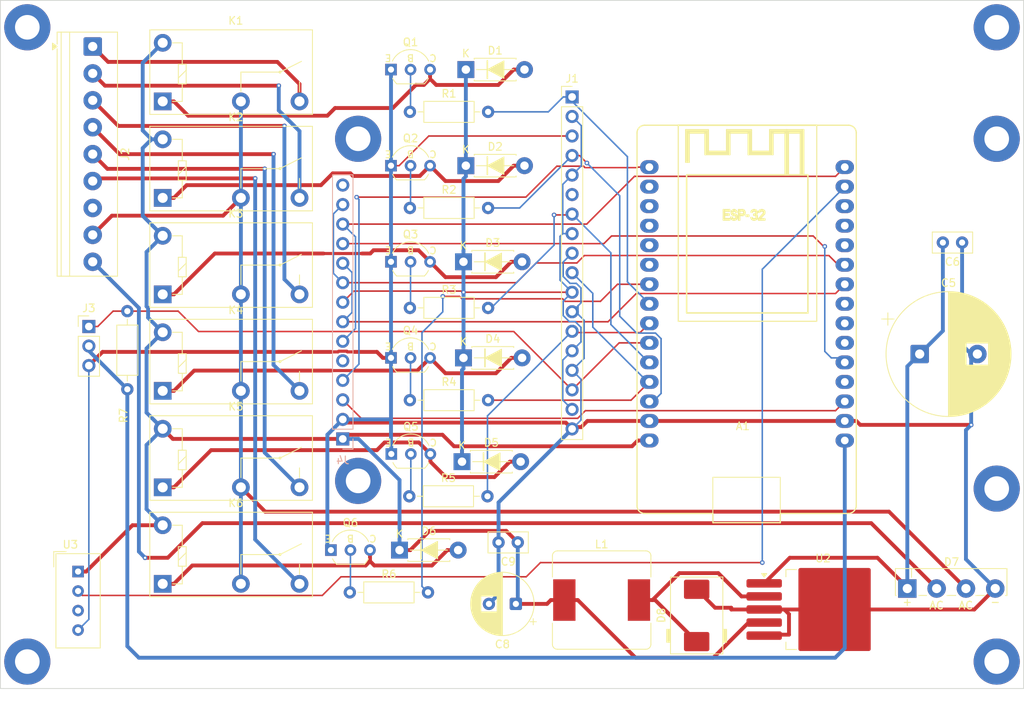
<source format=kicad_pcb>
(kicad_pcb (version 20241229) (generator "pcbnew") (generator_version "9.0")
  (layers (0 "F.Cu" signal) (2 "B.Cu" signal) (13 "F.Paste" user) (15 "B.Paste" user) (5 "F.SilkS" user "F.Silkscreen") (7 "B.SilkS" user "B.Silkscreen") (1 "F.Mask" user) (3 "B.Mask" user) (25 "Edge.Cuts" user))
  (net 0 "")
  (net 2 "CS_15")
  (net 4 "D32")
  (net 5 "GND")
  (net 8 "+5V")
  (net 10 "3.3V")
  (net 13 "SCK_18")
  (net 14 "D13")
  (net 15 "MOSI_23")
  (net 16 "D12")
  (net 20 "T_CS_4")
  (net 21 "DHT11_22")
  (net 22 "D25")
  (net 24 "EN")
  (net 25 "D14")
  (net 26 "D26")
  (net 27 "D27")
  (net 28 "MISO_19")
  (net 30 "Net-(D7-+)")
  (net 31 "Net-(D1-A)")
  (net 32 "Net-(D2-A)")
  (net 33 "Net-(D3-A)")
  (net 34 "Net-(D4-A)")
  (net 35 "Net-(D5-A)")
  (net 36 "Net-(D6-A)")
  (net 37 "VAC-R")
  (net 38 "VAC-C")
  (net 39 "Net-(D8-K)")
  (net 41 "W2")
  (net 42 "W")
  (net 43 "PUMP")
  (net 44 "Y")
  (net 45 "G")
  (net 46 "Y2")
  (net 48 "Net-(Q1-B)")
  (net 49 "Net-(Q2-B)")
  (net 50 "Net-(Q3-B)")
  (net 51 "Net-(Q4-B)")
  (net 52 "Net-(Q5-B)")
  (net 53 "Net-(Q6-B)")
  (net 54 "DC_2")
  (footprint "PCM_SL_Mechanical:MountingHole_3.2mm_Pad" (layer "F.Cu") (at 151 114)
    (property "Reference" "H3" (hide yes))
    (property "Value" "MountingHole_M3_3.2mm_Pad" (hide yes))
  )
  (footprint "Relay_THT:Relay_SPST_Omron-G5Q-1A" (layer "F.Cu") (at 42.6 41.14)
    (property "Reference" "K1")
    (property "Value" "G5Q-1A")
  )
  (footprint "Sensor:Aosong_DHT11_5.5x12.0_P2.54mm" (layer "F.Cu") (at 31.5975 102.2875)
    (property "Reference" "U3")
    (property "Value" "DHT11")
  )
  (footprint "PCM_Package_TO_SOT_THT_AKL:TO-92_Inline_Wide_EBC" (layer "F.Cu") (at 72.27 62)
    (property "Reference" "Q3")
    (property "Value" "2N2222A-TO92" (hide yes))
  )
  (footprint "Relay_THT:Relay_SPST_Omron-G5Q-1A" (layer "F.Cu") (at 42.6 103.89)
    (property "Reference" "K6")
    (property "Value" "G5Q-1A")
  )
  (footprint "TerminalBlock_Phoenix:TerminalBlock_Phoenix_PT-1,5-9-3.5-H_1x09_P3.50mm_Horizontal" (layer "F.Cu") (at 33.5 34 -90)
    (property "Reference" "J2")
    (property "Value" "Screw_Terminal_9_P3.50mm")
  )
  (footprint "PCM_SL_Mechanical:MountingHole_3.2mm_Pad" (layer "F.Cu") (at 151 46)
    (property "Reference" "H7" (hide yes))
    (property "Value" "MountingHole_M3_3.2mm_Pad" (hide yes))
  )
  (footprint "PCM_Diode_THT_AKL:D_DO-41_SOD81_P7.62mm_Horizontal" (layer "F.Cu") (at 81.69 74.5)
    (property "Reference" "D4")
    (property "Value" "1N4007" (hide yes))
  )
  (footprint "PCM_SL_Mechanical:MountingHole_3.2mm_Pad" (layer "F.Cu") (at 151 91.5)
    (property "Reference" "H8" (hide yes))
    (property "Value" "MountingHole_M3_3.2mm_Pad" (hide yes))
  )
  (footprint "Connector_PinHeader_2.54mm:PinHeader_1x18_P2.54mm_Vertical" (layer "F.Cu") (at 95.81 40.56)
    (property "Reference" "J1")
    (property "Value" "External Relays")
  )
  (footprint "PCM_SL_Mechanical:MountingHole_3.2mm_Pad" (layer "F.Cu") (at 25 114)
    (property "Reference" "H2" (hide yes))
    (property "Value" "MountingHole_M3_3.2mm_Pad" (hide yes))
  )
  (footprint "Capacitor_THT:C_Disc_D5.0mm_W2.5mm_P2.50mm" (layer "F.Cu") (at 146.5 59.5 180)
    (property "Reference" "C6")
    (property "Value" "100nF_Ceramic")
  )
  (footprint "Resistor_THT:R_Axial_DIN0207_L6.3mm_D2.5mm_P10.16mm_Horizontal" (layer "F.Cu") (at 38 68.42 -90)
    (property "Reference" "R7")
    (property "Value" "4.7k")
  )
  (footprint "PCM_Package_TO_SOT_THT_AKL:TO-92_Inline_Wide_EBC" (layer "F.Cu") (at 72.27 74.5)
    (property "Reference" "Q4")
    (property "Value" "2N2222A-TO92" (hide yes))
  )
  (footprint "PCM_Diode_THT_AKL:D_DO-41_SOD81_P7.62mm_Horizontal" (layer "F.Cu") (at 81.69 62)
    (property "Reference" "D3")
    (property "Value" "1N4007" (hide yes))
  )
  (footprint "PCM_Diode_THT_AKL:D_DO-41_SOD81_P7.62mm_Horizontal" (layer "F.Cu") (at 82 49.5)
    (property "Reference" "D2")
    (property "Value" "1N4007" (hide yes))
  )
  (footprint "PCM_Package_TO_SOT_THT_AKL:TO-92_Inline_Wide_EBC" (layer "F.Cu") (at 72.31 87)
    (property "Reference" "Q5")
    (property "Value" "2N2222A-TO92" (hide yes))
  )
  (footprint "Relay_THT:Relay_SPST_Omron-G5Q-1A" (layer "F.Cu") (at 42.6 91.34)
    (property "Reference" "K5")
    (property "Value" "G5Q-1A")
  )
  (footprint "PCM_SL_Mechanical:MountingHole_3.2mm_Pad" (layer "F.Cu") (at 68 46)
    (property "Reference" "H5" (hide yes))
    (property "Value" "MountingHole_M3_3.2mm_Pad" (hide yes))
  )
  (footprint "Resistor_THT:R_Axial_DIN0207_L6.3mm_D2.5mm_P10.16mm_Horizontal" (layer "F.Cu") (at 74.73 42.5)
    (property "Reference" "R1")
    (property "Value" "4.7k")
  )
  (footprint "PCM_SL_Development_Boards:DOIT_ESP32_DEVKIT_30Pins" (layer "F.Cu") (at 131.2506 85.245 180)
    (property "Reference" "A1")
    (property "Value" "ESP32_DevKit_V1_DOIT_30GPIOs")
  )
  (footprint "PCM_Diode_THT_AKL:D_DO-41_SOD81_P7.62mm_Horizontal" (layer "F.Cu") (at 81.5 88)
    (property "Reference" "D5")
    (property "Value" "1N4007" (hide yes))
  )
  (footprint "Relay_THT:Relay_SPST_Omron-G5Q-1A" (layer "F.Cu") (at 42.6 53.69)
    (property "Reference" "K2")
    (property "Value" "G5Q-1A")
  )
  (footprint "Resistor_THT:R_Axial_DIN0207_L6.3mm_D2.5mm_P10.16mm_Horizontal" (layer "F.Cu") (at 66.92 105)
    (property "Reference" "R6")
    (property "Value" "Resistor")
  )
  (footprint "PCM_SL_Mechanical:MountingHole_3.2mm_Pad" (layer "F.Cu") (at 25 31.5)
    (property "Reference" "H1" (hide yes))
    (property "Value" "MountingHole_M3_3.2mm_Pad" (hide yes))
  )
  (footprint "Resistor_THT:R_Axial_DIN0207_L6.3mm_D2.5mm_P10.16mm_Horizontal" (layer "F.Cu") (at 74.65 92.5)
    (property "Reference" "R5")
    (property "Value" "4.7k")
  )
  (footprint "Resistor_THT:R_Axial_DIN0207_L6.3mm_D2.5mm_P10.16mm_Horizontal" (layer "F.Cu") (at 74.73 68)
    (property "Reference" "R3")
    (property "Value" "4.7k")
  )
  (footprint "Capacitor_THT:CP_Radial_D8.0mm_P3.50mm" (layer "F.Cu") (at 88.5 106.5 180)
    (property "Reference" "C8")
    (property "Value" "470uF_10V")
  )
  (footprint "PCM_Diode_THT_AKL:Diode_Bridge_KBP" (layer "F.Cu") (at 139.38 104.5)
    (property "Reference" "D7")
    (property "Value" "KBP210G" (hide yes))
  )
  (footprint "Package_TO_SOT_SMD:TO-263-5_TabPin3" (layer "F.Cu") (at 128.425 107.225)
    (property "Reference" "U2")
    (property "Value" "LM2596S-5")
  )
  (footprint "PCM_Package_TO_SOT_THT_AKL:TO-92_Inline_Wide_EBC" (layer "F.Cu") (at 72.27 37)
    (property "Reference" "Q1")
    (property "Value" "2N2222A-TO92" (hide yes))
  )
  (footprint "PCM_Diode_THT_AKL:D_DO-41_SOD81_P7.62mm_Horizontal" (layer "F.Cu") (at 82 37)
    (property "Reference" "D1")
    (property "Value" "1N4007" (hide yes))
  )
  (footprint "PCM_Package_TO_SOT_THT_AKL:TO-92_Inline_Wide_EBC" (layer "F.Cu") (at 64.46 99.5)
    (property "Reference" "Q6")
    (property "Value" "2N2222A-TO92" (hide yes))
  )
  (footprint "Connector_PinHeader_2.54mm:PinHeader_1x03_P2.54mm_Vertical" (layer "F.Cu") (at 33 70.42)
    (property "Reference" "J3")
    (property "Value" "DS18B20")
  )
  (footprint "PCM_Diode_THT_AKL:D_DO-41_SOD81_P7.62mm_Horizontal" (layer "F.Cu") (at 73.38 99.5)
    (property "Reference" "D6")
    (property "Value" "1N4007" (hide yes))
  )
  (footprint "Resistor_THT:R_Axial_DIN0207_L6.3mm_D2.5mm_P10.16mm_Horizontal" (layer "F.Cu") (at 74.73 55)
    (property "Reference" "R2")
    (property "Value" "4.7k")
  )
  (footprint "PCM_SL_Mechanical:MountingHole_3.2mm_Pad" (layer "F.Cu") (at 68 90.5)
    (property "Reference" "H6" (hide yes))
    (property "Value" "MountingHole_M3_3.2mm_Pad" (hide yes))
  )
  (footprint "Relay_THT:Relay_SPST_Omron-G5Q-1A" (layer "F.Cu") (at 42.6 78.79)
    (property "Reference" "K4")
    (property "Value" "G5Q-1A")
  )
  (footprint "Relay_THT:Relay_SPST_Omron-G5Q-1A" (layer "F.Cu") (at 42.6 66.24)
    (property "Reference" "K3")
    (property "Value" "G5Q-1A")
  )
  (footprint "Capacitor_THT:C_Disc_D5.0mm_W2.5mm_P2.50mm" (layer "F.Cu") (at 88.75 98.5 180)
    (property "Reference" "C9")
    (property "Value" "100nF_Ceramic")
  )
  (footprint "PCM_Package_TO_SOT_THT_AKL:TO-92_Inline_Wide_EBC" (layer "F.Cu") (at 72.27 49.5)
    (property "Reference" "Q2")
    (property "Value" "2N2222A-TO92" (hide yes))
  )
  (footprint "PCM_Diode_SMD_AKL:D_SMC" (layer "F.Cu") (at 112 108 90)
    (property "Reference" "D8")
    (property "Value" "SS34" (hide yes))
  )
  (footprint "PCM_SL_Mechanical:MountingHole_3.2mm_Pad" (layer "F.Cu") (at 151 31.5)
    (property "Reference" "H4" (hide yes))
    (property "Value" "MountingHole_M3_3.2mm_Pad" (hide yes))
  )
  (footprint "Resistor_THT:R_Axial_DIN0207_L6.3mm_D2.5mm_P10.16mm_Horizontal" (layer "F.Cu") (at 74.73 80)
    (property "Reference" "R4")
    (property "Value" "4.7k")
  )
  (footprint "Inductor_SMD:L_Bourns_SRR1260" (layer "F.Cu") (at 99.65 106)
    (property "Reference" "L1")
    (property "Value" "12uH_5.2A_1260")
  )
  (footprint "Capacitor_THT:CP_Radial_D16.0mm_P7.50mm" (layer "F.Cu") (at 140.9872 74)
    (property "Reference" "C5")
    (property "Value" "1000uF_50V")
  )
  (footprint "Connector_PinSocket_2.54mm:PinSocket_1x14_P2.54mm_Vertical" (layer "B.Cu") (at 66 85.04)
    (property "Reference" "J4")
    (property "Value" "3.2 lcd tft")
  )
  (gr_circle (center 25.5 113.918861) (end 24 113.418861) (stroke (width 0.1)) (fill no) (layer "F.Cu"))
  (gr_circle (center 151 31.918861) (end 149.5 31.418861) (stroke (width 0.1)) (fill no) (layer "F.Cu"))
  (gr_circle (center 151.5 113.918861) (end 150 113.418861) (stroke (width 0.1)) (fill no) (layer "F.Cu"))
  (gr_circle (center 67 90.918861) (end 65.5 90.418861) (stroke (width 0.1)) (fill no) (layer "F.Cu"))
  (gr_circle (center 67.5 45.418861) (end 66 44.918861) (stroke (width 0.1)) (fill no) (layer "F.Cu"))
  (gr_circle (center 24.918861 31.5) (end 23.418861 31) (stroke (width 0.1)) (fill no) (layer "F.Cu"))
  (gr_rect (start 21.5 28) (end 154.5 117.5) (stroke (width 0.1)) (fill no) (layer "Edge.Cuts"))
  (segment (start 96.5399 82.3592) (end 68.3992 82.3592) (width 0.2) (layer "F.Cu") (net 2))
  (segment (start 97.5324 81.3667) (end 96.5399 82.3592) (width 0.2) (layer "F.Cu") (net 2))
  (segment (start 130.0489 81.3667) (end 97.5324 81.3667) (width 0.2) (layer "F.Cu") (net 2))
  (segment (start 131.2506 80.165) (end 130.0489 81.3667) (width 0.2) (layer "F.Cu") (net 2))
  (segment (start 68.3992 82.3592) (end 66 79.96) (width 0.2) (layer "F.Cu") (net 2))
  (segment (start 81.498 66.818) (end 94.578 66.818) (width 0.2) (layer "F.Cu") (net 4))
  (segment (start 94.9074 67.1474) (end 99.4906 67.1474) (width 0.2) (layer "F.Cu") (net 4))
  (segment (start 81.18 66.5) (end 81.498 66.818) (width 0.2) (layer "F.Cu") (net 4))
  (segment (start 79 66.5) (end 81.18 66.5) (width 0.2) (layer "F.Cu") (net 4))
  (segment (start 101.713 64.925) (end 105.8506 64.925) (width 0.2) (layer "F.Cu") (net 4))
  (segment (start 94.578 66.818) (end 94.9074 67.1474) (width 0.2) (layer "F.Cu") (net 4))
  (segment (start 99.4906 67.1474) (end 101.713 64.925) (width 0.2) (layer "F.Cu") (net 4))
  (via (at 79 66.5) (size 0.6) (drill 0.3) (layers "F.Cu" "B.Cu") (net 4))
  (segment (start 79 68.51) (end 76.2977 71.2123) (width 0.2) (layer "B.Cu") (net 4))
  (segment (start 76.2977 71.2123) (end 76.2977 104.2177) (width 0.2) (layer "B.Cu") (net 4))
  (segment (start 76.2977 104.2177) (end 77.08 105) (width 0.2) (layer "B.Cu") (net 4))
  (segment (start 79 66.5) (end 79 68.51) (width 0.2) (layer "B.Cu") (net 4))
  (segment (start 122.3989 110.5) (end 124 110.5) (width 0.5) (layer "F.Cu") (net 5))
  (segment (start 97.795 82.705) (end 105.8506 82.705) (width 0.5) (layer "F.Cu") (net 5))
  (segment (start 120.775 107.225) (end 119.3435 107.225) (width 0.2) (layer "F.Cu") (net 5))
  (segment (start 66.518182 73.629) (end 66.610382 73.7212) (width 0.4) (layer "F.Cu") (net 5))
  (segment (start 70.4395 73.7212) (end 71.2183 74.5) (width 0.5) (layer "F.Cu") (net 5))
  (segment (start 150.81 104.5) (end 148.085 107.225) (width 0.5) (layer "F.Cu") (net 5))
  (segment (start 66.610382 73.7212) (end 67.5 73.7212) (width 0.4) (layer "F.Cu") (net 5))
  (segment (start 123.4005 107.225) (end 120.775 107.225) (width 0.5) (layer "F.Cu") (net 5))
  (segment (start 34.7788 73.7212) (end 64.5 73.7212) (width 0.5) (layer "F.Cu") (net 5))
  (segment (start 72.27 49.5) (end 73.3217 49.5) (width 0.2) (layer "F.Cu") (net 5))
  (segment (start 113.1793 105.7793) (end 114.4 107) (width 0.5) (layer "F.Cu") (net 5))
  (segment (start 77.1817 45.64) (end 73.3217 49.5) (width 0.2) (layer "F.Cu") (net 5))
  (segment (start 67.5 73.7212) (end 70.4395 73.7212) (width 0.5) (layer "F.Cu") (net 5))
  (segment (start 95.81 45.64) (end 77.1817 45.64) (width 0.2) (layer "F.Cu") (net 5))
  (segment (start 66.4127 82.9127) (end 66 82.5) (width 0.2) (layer "F.Cu") (net 5))
  (segment (start 33 75.5) (end 34.7788 73.7212) (width 0.5) (layer "F.Cu") (net 5))
  (segment (start 116.5 107) (end 116.5 107.225) (width 0.5) (layer "F.Cu") (net 5))
  (segment (start 71.2183 74.5) (end 72.27 74.5) (width 0.5) (layer "F.Cu") (net 5))
  (segment (start 64.5 73.7212) (end 65.389618 73.7212) (width 0.4) (layer "F.Cu") (net 5))
  (segment (start 120.775 110.625) (end 122.2739 110.625) (width 0.2) (layer "F.Cu") (net 5))
  (segment (start 124 110.5) (end 124 107.8245) (width 0.5) (layer "F.Cu") (net 5))
  (segment (start 94.9827 82.9127) (end 66.4127 82.9127) (width 0.5) (layer "F.Cu") (net 5))
  (segment (start 114.4 107) (end 116.5 107) (width 0.5) (layer "F.Cu") (net 5))
  (segment (start 133.2623 83.215) (end 147.6799 83.215) (width 0.5) (layer "F.Cu") (net 5))
  (segment (start 96.05 83.5) (end 97 83.5) (width 0.5) (layer "F.Cu") (net 5))
  (segment (start 97 83.5) (end 97.795 82.705) (width 0.5) (layer "F.Cu") (net 5))
  (segment (start 65.389618 73.7212) (end 65.481818 73.629) (width 0.4) (layer "F.Cu") (net 5))
  (segment (start 116.5 107.225) (end 119.3435 107.225) (width 0.5) (layer "F.Cu") (net 5))
  (segment (start 95.81 83.74) (end 94.9827 82.9127) (width 0.5) (layer "F.Cu") (net 5))
  (segment (start 124 107.8245) (end 123.4005 107.225) (width 0.5) (layer "F.Cu") (net 5))
  (segment (start 131.2506 82.705) (end 132.7523 82.705) (width 0.5) (layer "F.Cu") (net 5))
  (segment (start 65.481818 73.629) (end 66.518182 73.629) (width 0.4) (layer "F.Cu") (net 5))
  (segment (start 122.2739 110.625) (end 122.3989 110.5) (width 0.5) (layer "F.Cu") (net 5))
  (segment (start 132.7523 82.705) (end 133.2623 83.215) (width 0.5) (layer "F.Cu") (net 5))
  (segment (start 148.085 107.225) (end 129.925 107.225) (width 0.5) (layer "F.Cu") (net 5))
  (segment (start 129.925 107.225) (end 123.4005 107.225) (width 0.5) (layer "F.Cu") (net 5))
  (segment (start 131.2506 82.705) (end 105.8506 82.705) (width 0.5) (layer "F.Cu") (net 5))
  (segment (start 95.81 83.74) (end 96.05 83.5) (width 0.5) (layer "F.Cu") (net 5))
  (via (at 147.6799 83.215) (size 0.6) (drill 0.3) (layers "F.Cu" "B.Cu") (net 5))
  (segment (start 72.27 74.5) (end 72.27 62) (width 0.5) (layer "B.Cu") (net 5))
  (segment (start 147 100.69) (end 150.81 104.5) (width 0.5) (layer "B.Cu") (net 5))
  (segment (start 66 82.5) (end 72.27 82.5) (width 0.5) (layer "B.Cu") (net 5))
  (segment (start 147 83.8949) (end 147 100.69) (width 0.5) (layer "B.Cu") (net 5))
  (segment (start 72.31 87) (end 72.31 85.9483) (width 0.5) (layer "B.Cu") (net 5))
  (segment (start 96.5842 67.7258) (end 95.81 68.5) (width 0.2) (layer "B.Cu") (net 5))
  (segment (start 33 108.505) (end 33 75.5) (width 0.2) (layer "B.Cu") (net 5))
  (segment (start 94.6533 63.918) (end 95.5436 64.8083) (width 0.2) (layer "B.Cu") (net 5))
  (segment (start 96.9617 82.5883) (end 95.81 83.74) (width 0.2) (layer "B.Cu") (net 5))
  (segment (start 96.5842 67.7258) (end 96.5842 68.8252) (width 0.2) (layer "B.Cu") (net 5))
  (segment (start 96.9617 65.4066) (end 96.9617 67.3483) (width 0.2) (layer "B.Cu") (net 5))
  (segment (start 97.3703 69.6113) (end 97.3703 74.5597) (width 0.2) (layer "B.Cu") (net 5))
  (segment (start 86.25 93.3) (end 95.81 83.74) (width 0.5) (layer "B.Cu") (net 5))
  (segment (start 86.25 98.5) (end 86.25 93.3) (width 0.5) (layer "B.Cu") (net 5))
  (segment (start 72.27 37) (end 72.27 49.5) (width 0.5) (layer "B.Cu") (net 5))
  (segment (start 64 99.04) (end 64 84.5) (width 0.5) (layer "B.Cu") (net 5))
  (segment (start 95.81 60.88) (end 94.6533 62.0367) (width 0.2) (layer "B.Cu") (net 5))
  (segment (start 146.5 59.5) (end 146.5 72.8201) (width 0.5) (layer "B.Cu") (net 5))
  (segment (start 97.3703 74.5597) (end 95.81 76.12) (width 0.2) (layer "B.Cu") (net 5))
  (segment (start 95.81 76.12) (end 96.9617 77.2717) (width 0.2) (layer "B.Cu") (net 5))
  (segment (start 146.5 72.8201) (end 147.6799 74) (width 0.5) (layer "B.Cu") (net 5))
  (segment (start 72.27 82.5) (end 72.27 74.5) (width 0.5) (layer "B.Cu") (net 5))
  (segment (start 147.6799 83.215) (end 147 83.8949) (width 0.5) (layer "B.Cu") (net 5))
  (segment (start 94.6533 62.0367) (end 94.6533 63.918) (width 0.2) (layer "B.Cu") (net 5))
  (segment (start 96.9617 77.2717) (end 96.9617 82.5883) (width 0.2) (layer "B.Cu") (net 5))
  (segment (start 147.6799 74) (end 148.4872 74) (width 0.2) (layer "B.Cu") (net 5))
  (segment (start 72.27 85.9083) (end 72.27 82.5) (width 0.5) (layer "B.Cu") (net 5))
  (segment (start 31.5975 109.9075) (end 33 108.505) (width 0.2) (layer "B.Cu") (net 5))
  (segment (start 147.6799 74) (end 147.6799 83.215) (width 0.5) (layer "B.Cu") (net 5))
  (segment (start 72.31 85.9483) (end 72.27 85.9083) (width 0.2) (layer "B.Cu") (net 5))
  (segment (start 64 84.5) (end 66 82.5) (width 0.5) (layer "B.Cu") (net 5))
  (segment (start 96.9617 67.3483) (end 96.5842 67.7258) (width 0.2) (layer "B.Cu") (net 5))
  (segment (start 86.25 105.25) (end 85 106.5) (width 0.5) (layer "B.Cu") (net 5))
  (segment (start 96.5842 68.8252) (end 97.3703 69.6113) (width 0.2) (layer "B.Cu") (net 5))
  (segment (start 95.5436 64.8083) (end 96.3634 64.8083) (width 0.2) (layer "B.Cu") (net 5))
  (segment (start 96.3634 64.8083) (end 96.9617 65.4066) (width 0.2) (layer "B.Cu") (net 5))
  (segment (start 64.46 99.5) (end 64 99.04) (width 0.5) (layer "B.Cu") (net 5))
  (segment (start 72.27 49.5) (end 72.27 62) (width 0.5) (layer "B.Cu") (net 5))
  (segment (start 86.25 98.5) (end 86.25 105.25) (width 0.5) (layer "B.Cu") (net 5))
  (segment (start 73.38 99.5) (end 74.7817 99.5) (width 0.5) (layer "F.Cu") (net 8))
  (segment (start 78.963 84.5) (end 66.54 84.5) (width 0.5) (layer "F.Cu") (net 8))
  (segment (start 104.3489 85.245) (end 103.5939 86) (width 0.5) (layer "F.Cu") (net 8))
  (segment (start 74.7817 99.5) (end 77.2817 97) (width 0.5) (layer "F.Cu") (net 8))
  (segment (start 66 85.04) (end 43.92 85.04) (width 0.5) (layer "F.Cu") (net 8))
  (segment (start 81.55 65.8133) (end 67.4467 65.8133) (width 0.2) (layer "F.Cu") (net 8))
  (segment (start 81.5 88) (end 81.5 86) (width 0.5) (layer "F.Cu") (net 8))
  (segment (start 43.92 85.04) (end 42.6 83.72) (width 0.5) (layer "F.Cu") (net 8))
  (segment (start 92.5483 106.5) (end 93.0483 106) (width 0.5) (layer "F.Cu") (net 8))
  (segment (start 114.1684 113.5) (end 104.0517 113.5) (width 0.5) (layer "F.Cu") (net 8))
  (segment (start 104.0517 113.5) (end 96.5517 106) (width 0.5) (layer "F.Cu") (net 8))
  (segment (start 94.8 106) (end 93.0483 106) (width 0.5) (layer "F.Cu") (net 8))
  (segment (start 31.5975 102.2875) (end 32.6492 102.2875) (width 0.5) (layer "F.Cu") (net 8))
  (segment (start 105.8506 85.245) (end 104.3489 85.245) (width 0.5) (layer "F.Cu") (net 8))
  (segment (start 66.54 84.5) (end 66 85.04) (width 0.5) (layer "F.Cu") (net 8))
  (segment (start 118.7434 108.925) (end 114.1684 113.5) (width 0.5) (layer "F.Cu") (net 8))
  (segment (start 103.5939 86) (end 80.463 86) (width 0.5) (layer "F.Cu") (net 8))
  (segment (start 96.5517 106) (end 94.8 106) (width 0.5) (layer "F.Cu") (net 8))
  (segment (start 81.6967 65.96) (end 81.55 65.8133) (width 0.2) (layer "F.Cu") (net 8))
  (segment (start 81.6967 65.96) (end 95.81 65.96) (width 0.2) (layer "F.Cu") (net 8))
  (segment (start 120.775 108.925) (end 118.7434 108.925) (width 0.2) (layer "F.Cu") (net 8))
  (segment (start 38.6667 96.27) (end 32.6492 102.2875) (width 0.5) (layer "F.Cu") (net 8))
  (segment (start 77.2817 97) (end 87.25 97) (width 0.5) (layer "F.Cu") (net 8))
  (segment (start 88.5 106.5) (end 92.5483 106.5) (width 0.5) (layer "F.Cu") (net 8))
  (segment (start 42.6 96.27) (end 38.6667 96.27) (width 0.5) (layer "F.Cu") (net 8))
  (segment (start 67.4467 65.8133) (end 66 67.26) (width 0.2) (layer "F.Cu") (net 8))
  (segment (start 87.25 97) (end 88.75 98.5) (width 0.5) (layer "F.Cu") (net 8))
  (segment (start 80.463 86) (end 78.963 84.5) (width 0.5) (layer "F.Cu") (net 8))
  (via (at 81.6967 65.96) (size 0.6) (drill 0.3) (layers "F.Cu" "B.Cu") (net 8))
  (segment (start 94.5939 58.34) (end 94.5939 51.9361) (width 0.2) (layer "B.Cu") (net 8))
  (segment (start 96.9617 72.4283) (end 96.9617 70.5276) (width 0.2) (layer "B.Cu") (net 8))
  (segment (start 81.69 74.5) (end 81.69 75.9017) (width 0.5) (layer "B.Cu") (net 8))
  (segment (start 95.81 73.58) (end 96.9617 72.4283) (width 0.2) (layer "B.Cu") (net 8))
  (segment (start 68.04 85.04) (end 73.38 90.38) (width 0.5) (layer "B.Cu") (net 8))
  (segment (start 66 85.04) (end 67.2735 85.04) (width 0.5) (layer "B.Cu") (net 8))
  (segment (start 88.5 106.5) (end 88.75 106.25) (width 0.2) (layer "B.Cu") (net 8))
  (segment (start 82 49.5) (end 82 50.9017) (width 0.5) (layer "B.Cu") (net 8))
  (segment (start 42.6 71.17) (end 40.5 73.27) (width 0.5) (layer "B.Cu") (net 8))
  (segment (start 94.6583 67.1117) (end 95.81 65.96) (width 0.2) (layer "B.Cu") (net 8))
  (segment (start 42.6 46.07) (end 41.1483 46.07) (width 0.5) (layer "B.Cu") (net 8))
  (segment (start 88.75 106.25) (end 88.75 98.5) (width 0.5) (layer "B.Cu") (net 8))
  (segment (start 40 56.02) (end 40 47.2183) (width 0.5) (layer "B.Cu") (net 8))
  (segment (start 42.6 96.27) (end 40.5 94.17) (width 0.5) (layer "B.Cu") (net 8))
  (segment (start 40.5 94.17) (end 40.5 85.82) (width 0.5) (layer "B.Cu") (net 8))
  (segment (start 96.9617 70.5276) (end 96.2041 69.77) (width 0.2) (layer "B.Cu") (net 8))
  (segment (start 95.81 58.34) (end 94.5939 58.34) (width 0.2) (layer "B.Cu") (net 8))
  (segment (start 95.81 43.1) (end 97.0071 44.2971) (width 0.2) (layer "B.Cu") (net 8))
  (segment (start 94.5939 74.7961) (end 95.81 73.58) (width 0.2) (layer "B.Cu") (net 8))
  (segment (start 40.701 69.271) (end 40.701 68) (width 0.5) (layer "B.Cu") (net 8))
  (segment (start 81.5 87) (end 81.5 76.0917) (width 0.5) (layer "B.Cu") (net 8))
  (segment (start 81.69 62) (end 81.69 65.9533) (width 0.5) (layer "B.Cu") (net 8))
  (segment (start 97.0071 44.2971) (end 97.0071 49.5229) (width 0.2) (layer "B.Cu") (net 8))
  (segment (start 94.5939 58.34) (end 94.2424 58.6915) (width 0.2) (layer "B.Cu") (net 8))
  (segment (start 94.6583 68.9964) (end 94.6583 67.1117) (width 0.2) (layer "B.Cu") (net 8))
  (segment (start 81.69 65.9533) (end 81.6967 65.96) (width 0.2) (layer "B.Cu") (net 8))
  (segment (start 41.1483 46.07) (end 40 44.9217) (width 0.5) (layer "B.Cu") (net 8))
  (segment (start 40 44.9217) (end 40 36.12) (width 0.5) (layer "B.Cu") (net 8))
  (segment (start 81.69 61.2991) (end 81.69 60.5983) (width 0.5) (layer "B.Cu") (net 8))
  (segment (start 97.0071 49.5229) (end 95.81 50.72) (width 0.2) (layer "B.Cu") (net 8))
  (segment (start 81.6967 73.0916) (end 81.6967 65.96) (width 0.5) (layer "B.Cu") (net 8))
  (segment (start 94.5939 79.9839) (end 94.5939 74.7961) (width 0.2) (layer "B.Cu") (net 8))
  (segment (start 67.2735 85.04) (end 68.04 85.04) (width 0.5) (layer "B.Cu") (net 8))
  (segment (start 40 47.2183) (end 41.1483 46.07) (width 0.5) (layer "B.Cu") (net 8))
  (segment (start 95.4319 69.77) (end 94.6583 68.9964) (width 0.2) (layer "B.Cu") (net 8))
  (segment (start 81.69 61.2991) (end 81.69 62) (width 0.2) (layer "B.Cu") (net 8))
  (segment (start 40.701 68) (end 40.5 67.799) (width 0.5) (layer "B.Cu") (net 8))
  (segment (start 73.38 90.38) (end 73.38 99.5) (width 0.5) (layer "B.Cu") (net 8))
  (segment (start 42.6 58.62) (end 40 56.02) (width 0.5) (layer "B.Cu") (net 8))
  (segment (start 94.2424 58.6915) (end 94.2424 64.3924) (width 0.2) (layer "B.Cu") (net 8))
  (segment (start 40.5 60.72) (end 42.6 58.62) (width 0.5) (layer "B.Cu") (net 8))
  (segment (start 40.5 85.82) (end 42.6 83.72) (width 0.5) (layer "B.Cu") (net 8))
  (segment (start 94.2424 64.3924) (end 95.81 65.96) (width 0.2) (layer "B.Cu") (net 8))
  (segment (start 81.5 76.0917) (end 81.69 75.9017) (width 0.5) (layer "B.Cu") (net 8))
  (segment (start 40 36.12) (end 42.6 33.52) (width 0.5) (layer "B.Cu") (net 8))
  (segment (start 82 37) (end 82 49.5) (width 0.5) (layer "B.Cu") (net 8))
  (segment (start 42.6 71.17) (end 40.701 69.271) (width 0.5) (layer "B.Cu") (net 8))
  (segment (start 40.5 73.27) (end 40.5 81.62) (width 0.5) (layer "B.Cu") (net 8))
  (segment (start 81.69 51.2117) (end 81.69 60.5983) (width 0.5) (layer "B.Cu") (net 8))
  (segment (start 94.5939 51.9361) (end 95.81 50.72) (width 0.2) (layer "B.Cu") (net 8))
  (segment (start 40.5 81.62) (end 42.6 83.72) (width 0.5) (layer "B.Cu") (net 8))
  (segment (start 95.81 81.2) (end 94.5939 79.9839) (width 0.2) (layer "B.Cu") (net 8))
  (segment (start 40.5 67.799) (end 40.5 60.72) (width 0.5) (layer "B.Cu") (net 8))
  (segment (start 81.69 74.5) (end 81.69 73.0983) (width 0.5) (layer "B.Cu") (net 8))
  (segment (start 82 50.9017) (end 81.69 51.2117) (width 0.5) (layer "B.Cu") (net 8))
  (segment (start 96.2041 69.77) (end 95.4319 69.77) (width 0.2) (layer "B.Cu") (net 8))
  (segment (start 81.69 73.0983) (end 81.6967 73.0916) (width 0.2) (layer "B.Cu") (net 8))
  (segment (start 131.2506 112.2494) (end 130 113.5) (width 0.5) (layer "B.Cu") (net 10))
  (segment (start 131.2506 85.245) (end 131.2506 112.2494) (width 0.5) (layer "B.Cu") (net 10))
  (segment (start 38 112) (end 38 78.58) (width 0.5) (layer "B.Cu") (net 10))
  (segment (start 38 78.58) (end 33 73.58) (width 0.5) (layer "B.Cu") (net 10))
  (segment (start 130 113.5) (end 39.5 113.5) (width 0.5) (layer "B.Cu") (net 10))
  (segment (start 33 73.58) (end 33 72.96) (width 0.2) (layer "B.Cu") (net 10))
  (segment (start 39.5 113.5) (end 38 112) (width 0.5) (layer "B.Cu") (net 10))
  (segment (start 130.0489 66.1267) (end 104.1536 66.1267) (width 0.2) (layer "F.Cu") (net 13))
  (segment (start 131.2506 64.925) (end 130.0489 66.1267) (width 0.2) (layer "F.Cu") (net 13))
  (segment (start 100.4803 69.8) (end 66 69.8) (width 0.2) (layer "F.Cu") (net 13))
  (segment (start 104.1536 66.1267) (end 100.4803 69.8) (width 0.2) (layer "F.Cu") (net 13))
  (segment (start 67.2161 68.5839) (end 67.2161 63.3961) (width 0.2) (layer "B.Cu") (net 13))
  (segment (start 66 69.8) (end 67.2161 68.5839) (width 0.2) (layer "B.Cu") (net 13))
  (segment (start 67.2161 63.3961) (end 66 62.18) (width 0.2) (layer "B.Cu") (net 13))
  (segment (start 96.7649 48.18) (end 97.7336 49.1487) (width 0.2) (layer "F.Cu") (net 14))
  (segment (start 95.81 48.18) (end 96.7649 48.18) (width 0.2) (layer "F.Cu") (net 14))
  (via (at 97.7336 49.1487) (size 0.6) (drill 0.3) (layers "F.Cu" "B.Cu") (net 14))
  (segment (start 106.335 80.165) (end 105.8506 80.165) (width 0.2) (layer "B.Cu") (net 14))
  (segment (start 95.81 48.18) (end 88.99 55) (width 0.2) (layer "B.Cu") (net 14))
  (segment (start 102 69.07875) (end 104.19625 71.275) (width 0.2) (layer "B.Cu") (net 14))
  (segment (start 97.7336 49.1487) (end 102 53.4151) (width 0.2) (layer "B.Cu") (net 14))
  (segment (start 88.99 55) (end 84.89 55) (width 0.2) (layer "B.Cu") (net 14))
  (segment (start 107.376 71.9981) (end 107.376 79.124) (width 0.2) (layer "B.Cu") (net 14))
  (segment (start 107.376 79.124) (end 106.335 80.165) (width 0.2) (layer "B.Cu") (net 14))
  (segment (start 104.19625 71.275) (end 106.6529 71.275) (width 0.2) (layer "B.Cu") (net 14))
  (segment (start 102 53.4151) (end 102 69.07875) (width 0.2) (layer "B.Cu") (net 14))
  (segment (start 106.6529 71.275) (end 107.376 71.9981) (width 0.2) (layer "B.Cu") (net 14))
  (segment (start 103.9182 50.8867) (end 97.7049 57.1) (width 0.2) (layer "F.Cu") (net 15))
  (segment (start 130.0489 50.8867) (end 103.9182 50.8867) (width 0.2) (layer "F.Cu") (net 15))
  (segment (start 131.2506 49.685) (end 130.0489 50.8867) (width 0.2) (layer "F.Cu") (net 15))
  (segment (start 97.7049 57.1) (end 66 57.1) (width 0.2) (layer "F.Cu") (net 15))
  (segment (start 67.6549 70.6851) (end 66 72.34) (width 0.2) (layer "B.Cu") (net 15))
  (segment (start 66 57.1) (end 67.6549 58.7549) (width 0.2) (layer "B.Cu") (net 15))
  (segment (start 67.6549 58.7549) (end 67.6549 70.6851) (width 0.2) (layer "B.Cu") (net 15))
  (segment (start 105.8506 77.625) (end 103.4756 80) (width 0.2) (layer "F.Cu") (net 16))
  (segment (start 103.4756 80) (end 84.89 80) (width 0.2) (layer "F.Cu") (net 16))
  (segment (start 98.5 66.11) (end 95.81 63.42) (width 0.2) (layer "B.Cu") (net 16))
  (segment (start 104.949 76.949) (end 98.5 70.5) (width 0.2) (layer "B.Cu") (net 16))
  (segment (start 105.8506 77.625) (end 105.1746 76.949) (width 0.2) (layer "B.Cu") (net 16))
  (segment (start 105.1746 76.949) (end 104.949 76.949) (width 0.2) (layer "B.Cu") (net 16))
  (segment (start 98.5 70.5) (end 98.5 66.11) (width 0.2) (layer "B.Cu") (net 16))
  (segment (start 128.5 60) (end 127.1416 58.6416) (width 0.2) (layer "F.Cu") (net 20))
  (segment (start 100.9374 58.6416) (end 99.939 59.64) (width 0.2) (layer "F.Cu") (net 20))
  (segment (start 127.1416 58.6416) (end 100.9374 58.6416) (width 0.2) (layer "F.Cu") (net 20))
  (segment (start 128.65 60) (end 128.5 60) (width 0.2) (layer "F.Cu") (net 20))
  (segment (start 99.939 59.64) (end 66 59.64) (width 0.2) (layer "F.Cu") (net 20))
  (via (at 128.65 60) (size 0.6) (drill 0.3) (layers "F.Cu" "B.Cu") (net 20))
  (segment (start 130.6656 74.5) (end 131.2506 75.085) (width 0.2) (layer "B.Cu") (net 20))
  (segment (start 129.5 74.5) (end 130.6656 74.5) (width 0.2) (layer "B.Cu") (net 20))
  (segment (start 128.65 73.65) (end 129.5 74.5) (width 0.2) (layer "B.Cu") (net 20))
  (segment (start 128.65 60) (end 128.65 73.65) (width 0.2) (layer "B.Cu") (net 20))
  (segment (start 91.6979 101.1261) (end 120.5311 101.1261) (width 0.2) (layer "F.Cu") (net 21))
  (segment (start 63.3424 105.3989) (end 65.7675 102.9738) (width 0.2) (layer "F.Cu") (net 21))
  (segment (start 31.5975 104.8275) (end 32.1689 105.3989) (width 0.2) (layer "F.Cu") (net 21))
  (segment (start 65.7675 102.9738) (end 89.8502 102.9738) (width 0.2) (layer "F.Cu") (net 21))
  (segment (start 89.8502 102.9738) (end 91.6979 101.1261) (width 0.2) (layer "F.Cu") (net 21))
  (segment (start 32.1689 105.3989) (end 63.3424 105.3989) (width 0.2) (layer "F.Cu") (net 21))
  (via (at 120.5311 101.1261) (size 0.6) (drill 0.3) (layers "F.Cu" "B.Cu") (net 21))
  (segment (start 131.2506 52.225) (end 131.2506 52.2494) (width 0.2) (layer "B.Cu") (net 21))
  (segment (start 120.5311 62.9689) (end 120.5311 101.1261) (width 0.2) (layer "B.Cu") (net 21))
  (segment (start 131.2506 52.2494) (end 120.5311 62.9689) (width 0.2) (layer "B.Cu") (net 21))
  (segment (start 95.81 40.56) (end 95.2342 40.56) (width 0.2) (layer "B.Cu") (net 22))
  (segment (start 105.8506 67.465) (end 104.965 67.465) (width 0.2) (layer "B.Cu") (net 22))
  (segment (start 95.2342 40.56) (end 94.6583 40.56) (width 0.2) (layer "B.Cu") (net 22))
  (segment (start 84.89 42.5) (end 92.7183 42.5) (width 0.2) (layer "B.Cu") (net 22))
  (segment (start 103 64.6144) (end 105.8506 67.465) (width 0.2) (layer "B.Cu") (net 22))
  (segment (start 95.2342 40.56) (end 103 48.3258) (width 0.2) (layer "B.Cu") (net 22))
  (segment (start 92.7183 42.5) (end 94.6583 40.56) (width 0.2) (layer "B.Cu") (net 22))
  (segment (start 103 48.3258) (end 103 64.6144) (width 0.2) (layer "B.Cu") (net 22))
  (segment (start 89.7965 53.591) (end 93.82 49.5675) (width 0.2) (layer "F.Cu") (net 24))
  (segment (start 67.805 53.591) (end 89.7965 53.591) (width 0.2) (layer "F.Cu") (net 24))
  (segment (start 105.8506 49.685) (end 104.3489 49.685) (width 0.2) (layer "F.Cu") (net 24))
  (segment (start 104.2835 49.7504) (end 104.3489 49.685) (width 0.2) (layer "F.Cu") (net 24))
  (segment (start 97.4845 49.7504) (end 104.2835 49.7504) (width 0.2) (layer "F.Cu") (net 24))
  (segment (start 97.3016 49.5675) (end 97.4845 49.7504) (width 0.2) (layer "F.Cu") (net 24))
  (segment (start 93.82 49.5675) (end 97.3016 49.5675) (width 0.2) (layer "F.Cu") (net 24))
  (via (at 67.805 53.591) (size 0.6) (drill 0.3) (layers "F.Cu" "B.Cu") (net 24))
  (segment (start 68.1063 53.8923) (end 67.805 53.591) (width 0.2) (layer "B.Cu") (net 24))
  (segment (start 68.1063 75.3137) (end 68.1063 53.8923) (width 0.2) (layer "B.Cu") (net 24))
  (segment (start 66 77.42) (end 68.1063 75.3137) (width 0.2) (layer "B.Cu") (net 24))
  (segment (start 93.467 55.905) (end 95.705 55.905) (width 0.2) (layer "F.Cu") (net 25))
  (segment (start 95.705 55.905) (end 95.81 55.8) (width 0.2) (layer "F.Cu") (net 25))
  (via (at 93.467 55.905) (size 0.6) (drill 0.3) (layers "F.Cu" "B.Cu") (net 25))
  (segment (start 93.467 59.833) (end 93.467 55.905) (width 0.2) (layer "B.Cu") (net 25))
  (segment (start 100.8516 60.8416) (end 100.8516 70.15935) (width 0.2) (layer "B.Cu") (net 25))
  (segment (start 85.3 68) (end 93.467 59.833) (width 0.2) (layer "B.Cu") (net 25))
  (segment (start 100.8516 70.15935) (end 105.77725 75.085) (width 0.2) (layer "B.Cu") (net 25))
  (segment (start 84.89 68) (end 85.3 68) (width 0.2) (layer "B.Cu") (net 25))
  (segment (start 95.81 55.8) (end 100.8516 60.8416) (width 0.2) (layer "B.Cu") (net 25))
  (segment (start 105.77725 75.085) (end 105.8506 75.085) (width 0.2) (layer "B.Cu") (net 25))
  (segment (start 104.6489 71.2067) (end 95.9767 71.2067) (width 0.2) (layer "F.Cu") (net 26))
  (segment (start 95.9767 71.2067) (end 95.81 71.04) (width 0.2) (layer "F.Cu") (net 26))
  (segment (start 105.8506 70.005) (end 104.6489 71.2067) (width 0.2) (layer "F.Cu") (net 26))
  (segment (start 95.81 71.04) (end 84.81 82.04) (width 0.2) (layer "B.Cu") (net 26))
  (segment (start 84.81 82.04) (end 84.81 92.5) (width 0.2) (layer "B.Cu") (net 26))
  (segment (start 36.1517 68.42) (end 34.1517 70.42) (width 0.2) (layer "F.Cu") (net 27))
  (segment (start 88.22 71.07) (end 47.2563 71.07) (width 0.2) (layer "F.Cu") (net 27))
  (segment (start 38 68.42) (end 36.1517 68.42) (width 0.2) (layer "F.Cu") (net 27))
  (segment (start 95.81 78.66) (end 88.22 71.07) (width 0.2) (layer "F.Cu") (net 27))
  (segment (start 101.925 72.545) (end 105.8506 72.545) (width 0.2) (layer "F.Cu") (net 27))
  (segment (start 44.6063 68.42) (end 38 68.42) (width 0.2) (layer "F.Cu") (net 27))
  (segment (start 95.81 78.66) (end 101.925 72.545) (width 0.2) (layer "F.Cu") (net 27))
  (segment (start 33 70.42) (end 34.1517 70.42) (width 0.2) (layer "F.Cu") (net 27))
  (segment (start 47.2563 71.07) (end 44.6063 68.42) (width 0.2) (layer "F.Cu") (net 27))
  (segment (start 96.44 62.15) (end 97.4067 61.1833) (width 0.2) (layer "F.Cu") (net 28))
  (segment (start 88.5723 64.72) (end 91.1423 62.15) (width 0.2) (layer "F.Cu") (net 28))
  (segment (start 97.4067 61.1833) (end 129.1833 61.1833) (width 0.2) (layer "F.Cu") (net 28))
  (segment (start 129.1833 61.1833) (end 130.385 62.385) (width 0.2) (layer "F.Cu") (net 28))
  (segment (start 66 64.72) (end 88.5723 64.72) (width 0.2) (layer "F.Cu") (net 28))
  (segment (start 91.1423 62.15) (end 96.44 62.15) (width 0.2) (layer "F.Cu") (net 28))
  (segment (start 130.385 62.385) (end 131.2506 62.385) (width 0.2) (layer "F.Cu") (net 28))
  (segment (start 64.7839 55.7761) (end 66 54.56) (width 0.2) (layer "B.Cu") (net 28))
  (segment (start 64.7839 63.5039) (end 64.7839 55.7761) (width 0.2) (layer "B.Cu") (net 28))
  (segment (start 66 64.72) (end 64.7839 63.5039) (width 0.2) (layer "B.Cu") (net 28))
  (segment (start 120.775 103.825) (end 124.1 100.5) (width 0.5) (layer "F.Cu") (net 30))
  (segment (start 135.5 100.5) (end 139.38 104.38) (width 0.5) (layer "F.Cu") (net 30))
  (segment (start 124.1 100.5) (end 135.5 100.5) (width 0.5) (layer "F.Cu") (net 30))
  (segment (start 139.38 104.38) (end 139.38 104.5) (width 0.5) (layer "F.Cu") (net 30))
  (segment (start 139.38 75.6072) (end 140.9872 74) (width 0.5) (layer "B.Cu") (net 30))
  (segment (start 144 59.5) (end 144 70.9872) (width 0.5) (layer "B.Cu") (net 30))
  (segment (start 144 70.9872) (end 140.9872 74) (width 0.5) (layer "B.Cu") (net 30))
  (segment (start 139.38 104.5) (end 139.38 75.6072) (width 0.5) (layer "B.Cu") (net 30))
  (segment (start 42.6 41.14) (end 44.0517 41.14) (width 0.5) (layer "F.Cu") (net 31))
  (segment (start 89.62 37) (end 88.2183 37) (width 0.5) (layer "F.Cu") (net 31))
  (segment (start 72.5 42) (end 75.5 39) (width 0.5) (layer "F.Cu") (net 31))
  (segment (start 77.35 38.2) (end 77.35 37) (width 0.5) (layer "F.Cu") (net 31))
  (segment (start 65 42) (end 72.5 42) (width 0.5) (layer "F.Cu") (net 31))
  (segment (start 44.0517 41.14) (end 45.9117 43) (width 0.5) (layer "F.Cu") (net 31))
  (segment (start 78.15 39) (end 77.5517 38.4017) (width 0.5) (layer "F.Cu") (net 31))
  (segment (start 86.2183 39) (end 78.15 39) (width 0.5) (layer "F.Cu") (net 31))
  (segment (start 45.9117 43) (end 64 43) (width 0.5) (layer "F.Cu") (net 31))
  (segment (start 77.5517 38.4017) (end 77.35 38.2) (width 0.2) (layer "F.Cu") (net 31))
  (segment (start 76.55 39) (end 77.35 38.2) (width 0.5) (layer "F.Cu") (net 31))
  (segment (start 88.2183 37) (end 86.2183 39) (width 0.5) (layer "F.Cu") (net 31))
  (segment (start 75.5 39) (end 76.55 39) (width 0.5) (layer "F.Cu") (net 31))
  (segment (start 64 43) (end 65 42) (width 0.5) (layer "F.Cu") (net 31))
  (segment (start 42.6 53.69) (end 44.0517 53.69) (width 0.5) (layer "F.Cu") (net 32))
  (segment (start 88.2183 49.5) (end 89.62 49.5) (width 0.5) (layer "F.Cu") (net 32))
  (segment (start 44.0517 53.69) (end 45.710418 52.031282) (width 0.5) (layer "F.Cu") (net 32))
  (segment (start 45.710418 52.031282) (end 63.169118 52.031282) (width 0.5) (layer "F.Cu") (net 32))
  (segment (start 63.169118 52.031282) (end 64.7004 50.5) (width 0.5) (layer "F.Cu") (net 32))
  (segment (start 76.0134 50.8366) (end 77.35 49.5) (width 0.5) (layer "F.Cu") (net 32))
  (segment (start 77.35 49.5) (end 79.35 51.5) (width 0.5) (layer "F.Cu") (net 32))
  (segment (start 67.3366 50.8366) (end 76.0134 50.8366) (width 0.5) (layer "F.Cu") (net 32))
  (segment (start 67 50.5) (end 67.3366 50.8366) (width 0.5) (layer "F.Cu") (net 32))
  (segment (start 79.35 51.5) (end 86.2183 51.5) (width 0.5) (layer "F.Cu") (net 32))
  (segment (start 86.2183 51.5) (end 88.2183 49.5) (width 0.5) (layer "F.Cu") (net 32))
  (segment (start 64.7004 50.5) (end 67 50.5) (width 0.5) (layer "F.Cu") (net 32))
  (segment (start 79.35 64) (end 77.35 62) (width 0.5) (layer "F.Cu") (net 33))
  (segment (start 63.5 60.9237) (end 68.5 60.9237) (width 0.4) (layer "F.Cu") (net 33))
  (segment (start 44.0517 66.24) (end 49.368 60.9237) (width 0.5) (layer "F.Cu") (net 33))
  (segment (start 68.5 60.9237) (end 69.5763 60.9237) (width 0.5) (layer "F.Cu") (net 33))
  (segment (start 89.31 62) (end 87.9083 62) (width 0.5) (layer "F.Cu") (net 33))
  (segment (start 75.85 60.5) (end 77.35 62) (width 0.5) (layer "F.Cu") (net 33))
  (segment (start 85.9083 64) (end 79.35 64) (width 0.5) (layer "F.Cu") (net 33))
  (segment (start 69.5763 60.9237) (end 70 60.5) (width 0.5) (layer "F.Cu") (net 33))
  (segment (start 42.6 66.24) (end 44.0517 66.24) (width 0.5) (layer "F.Cu") (net 33))
  (segment (start 87.9083 62) (end 85.9083 64) (width 0.5) (layer "F.Cu") (net 33))
  (segment (start 70 60.5) (end 75.85 60.5) (width 0.5) (layer "F.Cu") (net 33))
  (segment (start 49.368 60.9237) (end 63.5 60.9237) (width 0.5) (layer "F.Cu") (net 33))
  (segment (start 64.5 76.15) (end 46.6917 76.15) (width 0.5) (layer "F.Cu") (net 34))
  (segment (start 67.5 76.15) (end 75.7 76.15) (width 0.5) (layer "F.Cu") (net 34))
  (segment (start 44.0517 78.79) (end 42.6 78.79) (width 0.5) (layer "F.Cu") (net 34))
  (segment (start 87.9083 74.5) (end 85.9083 76.5) (width 0.5) (layer "F.Cu") (net 34))
  (segment (start 85.9083 76.5) (end 79.35 76.5) (width 0.5) (layer "F.Cu") (net 34))
  (segment (start 46.6917 76.15) (end 44.0517 78.79) (width 0.5) (layer "F.Cu") (net 34))
  (segment (start 89.31 74.5) (end 87.9083 74.5) (width 0.5) (layer "F.Cu") (net 34))
  (segment (start 75.7 76.15) (end 77.35 74.5) (width 0.5) (layer "F.Cu") (net 34))
  (segment (start 64.5 76.15) (end 67.5 76.15) (width 0.4) (layer "F.Cu") (net 34))
  (segment (start 79.35 76.5) (end 77.35 74.5) (width 0.5) (layer "F.Cu") (net 34))
  (segment (start 79.39 90) (end 77.39 88) (width 0.5) (layer "F.Cu") (net 35))
  (segment (start 77.39 88) (end 77.39 87) (width 0.5) (layer "F.Cu") (net 35))
  (segment (start 71.44165 85.5) (end 75.89 85.5) (width 0.5) (layer "F.Cu") (net 35))
  (segment (start 48.8917 86.5) (end 70.44165 86.5) (width 0.5) (layer "F.Cu") (net 35))
  (segment (start 44.0517 91.34) (end 48.8917 86.5) (width 0.5) (layer "F.Cu") (net 35))
  (segment (start 70.44165 86.5) (end 71.44165 85.5) (width 0.5) (layer "F.Cu") (net 35))
  (segment (start 85.7183 90) (end 79.39 90) (width 0.5) (layer "F.Cu") (net 35))
  (segment (start 87.7183 88) (end 85.7183 90) (width 0.5) (layer "F.Cu") (net 35))
  (segment (start 75.89 85.5) (end 77.39 87) (width 0.5) (layer "F.Cu") (net 35))
  (segment (start 89.12 88) (end 87.7183 88) (width 0.5) (layer "F.Cu") (net 35))
  (segment (start 42.6 91.34) (end 44.0517 91.34) (width 0.5) (layer "F.Cu") (net 35))
  (segment (start 68.9817 101.5) (end 69.54 100.9417) (width 0.5) (layer "F.Cu") (net 36))
  (segment (start 77.5983 101.5) (end 79.5983 99.5) (width 0.5) (layer "F.Cu") (net 36))
  (segment (start 42.6 103.89) (end 44.0517 103.89) (width 0.5) (layer "F.Cu") (net 36))
  (segment (start 70.0983 101.5) (end 77.5983 101.5) (width 0.5) (layer "F.Cu") (net 36))
  (segment (start 46.4417 101.5) (end 68.9817 101.5) (width 0.5) (layer "F.Cu") (net 36))
  (segment (start 69.54 100.9417) (end 69.54 99.5) (width 0.5) (layer "F.Cu") (net 36))
  (segment (start 44.0517 103.89) (end 46.4417 101.5) (width 0.5) (layer "F.Cu") (net 36))
  (segment (start 79.5983 99.5) (end 81 99.5) (width 0.5) (layer "F.Cu") (net 36))
  (segment (start 69.54 100.9417) (end 70.0983 101.5) (width 0.5) (layer "F.Cu") (net 36))
  (segment (start 134.69 96) (end 143.19 104.5) (width 0.5) (layer "F.Cu") (net 37))
  (segment (start 40.305 100.5) (end 43.2564 100.5) (width 0.5) (layer "F.Cu") (net 37))
  (segment (start 43.2564 100.5) (end 47.7564 96) (width 0.5) (layer "F.Cu") (net 37))
  (segment (start 47.7564 96) (end 134.69 96) (width 0.5) (layer "F.Cu") (net 37))
  (via (at 40.305 100.5) (size 0.6) (drill 0.3) (layers "F.Cu" "B.Cu") (net 37))
  (segment (start 33.5 62) (end 39.5 68) (width 0.5) (layer "B.Cu") (net 37))
  (segment (start 39.5 99.695) (end 40.305 100.5) (width 0.5) (layer "B.Cu") (net 37))
  (segment (start 39.5 68) (end 39.5 99.695) (width 0.5) (layer "B.Cu") (net 37))
  (segment (start 147 104.5) (end 137 94.5) (width 0.5) (layer "F.Cu") (net 38))
  (segment (start 137 94.5) (end 55.92 94.5) (width 0.5) (layer "F.Cu") (net 38))
  (segment (start 55.92 94.5) (end 52.76 91.34) (width 0.5) (layer "F.Cu") (net 38))
  (segment (start 50.45 56) (end 52.76 53.69) (width 0.5) (layer "F.Cu") (net 38))
  (segment (start 36 56) (end 50.45 56) (width 0.5) (layer "F.Cu") (net 38))
  (segment (start 33.5 58.5) (end 36 56) (width 0.5) (layer "F.Cu") (net 38))
  (segment (start 52.76 103.89) (end 52.76 91.34) (width 0.5) (layer "B.Cu") (net 38))
  (segment (start 52.76 78.79) (end 52.76 91.34) (width 0.5) (layer "B.Cu") (net 38))
  (segment (start 52.76 53.69) (end 52.76 41.14) (width 0.5) (layer "B.Cu") (net 38))
  (segment (start 52.76 53.69) (end 52.76 66.24) (width 0.5) (layer "B.Cu") (net 38))
  (segment (start 52.76 66.24) (end 52.76 78.79) (width 0.5) (layer "B.Cu") (net 38))
  (segment (start 109.7517 102.5) (end 114.81095 102.5) (width 0.5) (layer "F.Cu") (net 39))
  (segment (start 106.2517 106) (end 109.7517 102.5) (width 0.5) (layer "F.Cu") (net 39))
  (segment (start 114.81095 102.5) (end 117.83595 105.525) (width 0.5) (layer "F.Cu") (net 39))
  (segment (start 112 111.4) (end 106.6 106) (width 0.5) (layer "F.Cu") (net 39))
  (segment (start 104.5 106) (end 106.2517 106) (width 0.5) (layer "F.Cu") (net 39))
  (segment (start 117.83595 105.525) (end 119.1469 105.525) (width 0.5) (layer "F.Cu") (net 39))
  (segment (start 106.6 106) (end 106.2517 106) (width 0.5) (layer "F.Cu") (net 39))
  (segment (start 119.1469 105.525) (end 120.775 105.525) (width 0.2) (layer "F.Cu") (net 39))
  (segment (start 37 48) (end 33.5 44.5) (width 0.5) (layer "F.Cu") (net 41))
  (segment (start 57 48) (end 37 48) (width 0.5) (layer "F.Cu") (net 41))
  (via (at 57 48) (size 0.6) (drill 0.3) (layers "F.Cu" "B.Cu") (net 41))
  (segment (start 57 75.41) (end 60.38 78.79) (width 0.5) (layer "B.Cu") (net 41))
  (segment (start 57 48) (end 57 75.41) (width 0.5) (layer "B.Cu") (net 41))
  (segment (start 57.6845 39.0955) (end 35.0955 39.0955) (width 0.5) (layer "F.Cu") (net 42))
  (segment (start 35.0955 39.0955) (end 33.5 37.5) (width 0.5) (layer "F.Cu") (net 42))
  (via (at 57.6845 39.0955) (size 0.6) (drill 0.3) (layers "F.Cu" "B.Cu") (net 42))
  (segment (start 60.38 45.0078) (end 57.6845 42.3123) (width 0.5) (layer "B.Cu") (net 42))
  (segment (start 57.6845 42.3123) (end 57.6845 39.0955) (width 0.5) (layer "B.Cu") (net 42))
  (segment (start 60.38 53.69) (end 60.38 45.0078) (width 0.5) (layer "B.Cu") (net 42))
  (segment (start 54.6159 51.1566) (end 33.8434 51.1566) (width 0.5) (layer "F.Cu") (net 43))
  (segment (start 33.8434 51.1566) (end 33.5 51.5) (width 0.2) (layer "F.Cu") (net 43))
  (via (at 54.6159 51.1566) (size 0.6) (drill 0.3) (layers "F.Cu" "B.Cu") (net 43))
  (segment (start 60.38 103.89) (end 54.6159 98.1259) (width 0.5) (layer "B.Cu") (net 43))
  (segment (start 54.6159 98.1259) (end 54.6159 51.1566) (width 0.5) (layer "B.Cu") (net 43))
  (segment (start 58.417 44.328) (end 36.828 44.328) (width 0.5) (layer "F.Cu") (net 44))
  (segment (start 36.828 44.328) (end 33.5 41) (width 0.5) (layer "F.Cu") (net 44))
  (via (at 58.417 44.328) (size 0.6) (drill 0.3) (layers "F.Cu" "B.Cu") (net 44))
  (segment (start 60.38 66.24) (end 58.417 64.277) (width 0.5) (layer "B.Cu") (net 44))
  (segment (start 58.417 64.277) (end 58.417 44.328) (width 0.5) (layer "B.Cu") (net 44))
  (segment (start 35.4998 35.9998) (end 33.5 34) (width 0.5) (layer "F.Cu") (net 45))
  (segment (start 57.4998 35.9998) (end 35.4998 35.9998) (width 0.5) (layer "F.Cu") (net 45))
  (segment (start 60.38 38.88) (end 57.4998 35.9998) (width 0.5) (layer "F.Cu") (net 45))
  (segment (start 60.38 41.14) (end 60.38 40.9401) (width 0.2) (layer "F.Cu") (net 45))
  (segment (start 60.38 40.9401) (end 60.38 38.88) (width 0.5) (layer "F.Cu") (net 45))
  (segment (start 33.5 48) (end 35.4092 49.9092) (width 0.5) (layer "F.Cu") (net 46))
  (segment (start 35.4092 49.9092) (end 55.8521 49.9092) (width 0.5) (layer "F.Cu") (net 46))
  (via (at 55.8521 49.9092) (size 0.6) (drill 0.3) (layers "F.Cu" "B.Cu") (net 46))
  (segment (start 55.8521 86.8121) (end 60.38 91.34) (width 0.5) (layer "B.Cu") (net 46))
  (segment (start 55.8521 49.9092) (end 55.8521 86.8121) (width 0.5) (layer "B.Cu") (net 46))
  (segment (start 74.81 42.42) (end 74.81 37) (width 0.2) (layer "B.Cu") (net 48))
  (segment (start 74.73 42.5) (end 74.81 42.42) (width 0.2) (layer "B.Cu") (net 48))
  (segment (start 74.81 54.92) (end 74.81 49.5) (width 0.2) (layer "B.Cu") (net 49))
  (segment (start 74.73 55) (end 74.81 54.92) (width 0.2) (layer "B.Cu") (net 49))
  (segment (start 74.81 67.92) (end 74.73 68) (width 0.2) (layer "B.Cu") (net 50))
  (segment (start 74.81 62) (end 74.81 67.92) (width 0.2) (layer "B.Cu") (net 50))
  (segment (start 74.81 79.92) (end 74.73 80) (width 0.2) (layer "B.Cu") (net 51))
  (segment (start 74.81 74.5) (end 74.81 79.92) (width 0.2) (layer "B.Cu") (net 51))
  (segment (start 74.85 87) (end 74.85 92.3) (width 0.2) (layer "B.Cu") (net 52))
  (segment (start 74.85 92.3) (end 74.65 92.5) (width 0.2) (layer "B.Cu") (net 52))
  (segment (start 67 104.92) (end 67 99.5) (width 0.2) (layer "B.Cu") (net 53))
  (segment (start 66.92 105) (end 67 104.92) (width 0.2) (layer "B.Cu") (net 53))
)
</source>
